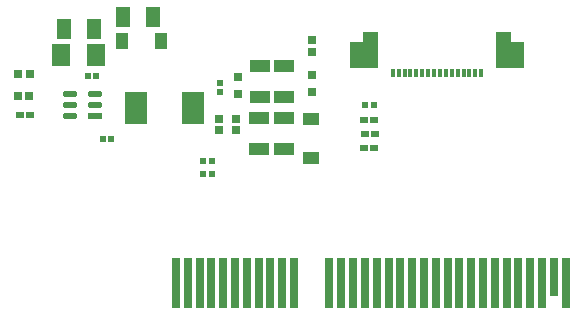
<source format=gbr>
G04*
G04 #@! TF.GenerationSoftware,Altium Limited,Altium Designer,24.2.2 (26)*
G04*
G04 Layer_Color=8421504*
%FSLAX25Y25*%
%MOIN*%
G70*
G04*
G04 #@! TF.SameCoordinates,DA759692-2FDC-47FD-B5D7-4F029464E4A9*
G04*
G04*
G04 #@! TF.FilePolarity,Positive*
G04*
G01*
G75*
%ADD12R,0.01181X0.03150*%
%ADD13R,0.03937X0.03937*%
%ADD14R,0.07500X0.10984*%
%ADD15R,0.02559X0.02362*%
%ADD16R,0.02816X0.02648*%
%ADD17R,0.05315X0.04331*%
%ADD18R,0.02648X0.02816*%
%ADD19R,0.02559X0.02559*%
G04:AMPARAMS|DCode=20|XSize=49.38mil|YSize=20.95mil|CornerRadius=10.48mil|HoleSize=0mil|Usage=FLASHONLY|Rotation=180.000|XOffset=0mil|YOffset=0mil|HoleType=Round|Shape=RoundedRectangle|*
%AMROUNDEDRECTD20*
21,1,0.04938,0.00000,0,0,180.0*
21,1,0.02843,0.02095,0,0,180.0*
1,1,0.02095,-0.01422,0.00000*
1,1,0.02095,0.01422,0.00000*
1,1,0.02095,0.01422,0.00000*
1,1,0.02095,-0.01422,0.00000*
%
%ADD20ROUNDEDRECTD20*%
%ADD21R,0.04938X0.02095*%
%ADD22R,0.06717X0.04349*%
%ADD23R,0.02648X0.02911*%
%ADD24R,0.02016X0.02288*%
%ADD25R,0.04546X0.06717*%
%ADD26R,0.02288X0.02016*%
%ADD27R,0.02800X0.12600*%
%ADD28R,0.02800X0.16500*%
%ADD29R,0.02165X0.01968*%
%ADD30R,0.03150X0.03150*%
%ADD31R,0.02648X0.02631*%
%ADD32R,0.05924X0.07505*%
%ADD33R,0.02756X0.02756*%
%ADD34R,0.04331X0.05315*%
G36*
X217526Y-329994D02*
X217526Y-329994D01*
X208077D01*
Y-321333D01*
X208077Y-321333D01*
X212408D01*
Y-317986D01*
X217526D01*
Y-329994D01*
D02*
G37*
G36*
X262014Y-321333D02*
X262014Y-321333D01*
X266345D01*
Y-329994D01*
X256896D01*
Y-317986D01*
X256896Y-317986D01*
X262014D01*
Y-321333D01*
D02*
G37*
D12*
X234258Y-331569D02*
D03*
X240163D02*
D03*
X232290D02*
D03*
X242132D02*
D03*
X230321D02*
D03*
X244101D02*
D03*
X246069D02*
D03*
X236227D02*
D03*
X226384D02*
D03*
X248038D02*
D03*
X224415D02*
D03*
X250006D02*
D03*
X251975D02*
D03*
X238195D02*
D03*
X228352D02*
D03*
X222447D02*
D03*
D13*
X213059Y-325085D02*
D03*
X261362D02*
D03*
D14*
X136876Y-343174D02*
D03*
X155974D02*
D03*
D15*
X216246Y-356452D02*
D03*
X212900D02*
D03*
X216406Y-351958D02*
D03*
X213059D02*
D03*
X101427Y-345414D02*
D03*
X98080D02*
D03*
X216246Y-347332D02*
D03*
X212900D02*
D03*
D16*
X101354Y-339127D02*
D03*
X97586D02*
D03*
D17*
X195069Y-359922D02*
D03*
Y-346930D02*
D03*
D18*
X164467Y-350550D02*
D03*
Y-346782D02*
D03*
D19*
X101438Y-331890D02*
D03*
X97501D02*
D03*
D20*
X114996Y-345866D02*
D03*
Y-342126D02*
D03*
Y-338386D02*
D03*
X123266D02*
D03*
Y-342126D02*
D03*
D21*
Y-345866D02*
D03*
D22*
X186170Y-329269D02*
D03*
Y-339511D02*
D03*
Y-356781D02*
D03*
Y-346539D02*
D03*
X177773Y-356781D02*
D03*
Y-346539D02*
D03*
X178092Y-329269D02*
D03*
Y-339511D02*
D03*
D23*
X170047Y-350503D02*
D03*
Y-346829D02*
D03*
D24*
X164710Y-334851D02*
D03*
Y-337729D02*
D03*
D25*
X112743Y-316963D02*
D03*
X122788D02*
D03*
X142676Y-312992D02*
D03*
X132631D02*
D03*
D26*
X125810Y-353544D02*
D03*
X128689D02*
D03*
X120729Y-332609D02*
D03*
X123607D02*
D03*
D27*
X276165Y-399477D02*
D03*
D28*
X280102Y-401427D02*
D03*
X272228D02*
D03*
X268291D02*
D03*
X264354D02*
D03*
X260417D02*
D03*
X256480D02*
D03*
X252543D02*
D03*
X248606D02*
D03*
X244669D02*
D03*
X240732D02*
D03*
X236795D02*
D03*
X232858D02*
D03*
X228921D02*
D03*
X224984D02*
D03*
X221047D02*
D03*
X217110D02*
D03*
X213173D02*
D03*
X209236D02*
D03*
X205299D02*
D03*
X201362D02*
D03*
X189551D02*
D03*
X185614D02*
D03*
X181677D02*
D03*
X177740D02*
D03*
X173803D02*
D03*
X169866D02*
D03*
X165929D02*
D03*
X161992D02*
D03*
X158055D02*
D03*
X154118D02*
D03*
X150181D02*
D03*
D29*
X216049Y-342126D02*
D03*
X213097D02*
D03*
X162068Y-360906D02*
D03*
X159116D02*
D03*
X162068Y-365141D02*
D03*
X159116D02*
D03*
D30*
X195527Y-337962D02*
D03*
Y-332056D02*
D03*
D31*
Y-324418D02*
D03*
Y-320464D02*
D03*
D32*
X111857Y-325402D02*
D03*
X123674D02*
D03*
D33*
X170849Y-332947D02*
D03*
Y-338459D02*
D03*
D34*
X145101Y-320866D02*
D03*
X132109D02*
D03*
M02*

</source>
